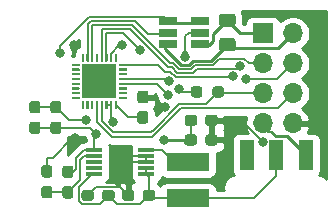
<source format=gbl>
G04 #@! TF.GenerationSoftware,KiCad,Pcbnew,(5.1.10)-1*
G04 #@! TF.CreationDate,2021-09-12T00:39:30-05:00*
G04 #@! TF.ProjectId,wireless_measurement_ard,77697265-6c65-4737-935f-6d6561737572,rev?*
G04 #@! TF.SameCoordinates,Original*
G04 #@! TF.FileFunction,Copper,L4,Bot*
G04 #@! TF.FilePolarity,Positive*
%FSLAX46Y46*%
G04 Gerber Fmt 4.6, Leading zero omitted, Abs format (unit mm)*
G04 Created by KiCad (PCBNEW (5.1.10)-1) date 2021-09-12 00:39:30*
%MOMM*%
%LPD*%
G01*
G04 APERTURE LIST*
G04 #@! TA.AperFunction,SMDPad,CuDef*
%ADD10R,1.400000X0.300000*%
G04 #@! TD*
G04 #@! TA.AperFunction,ComponentPad*
%ADD11O,1.700000X1.700000*%
G04 #@! TD*
G04 #@! TA.AperFunction,ComponentPad*
%ADD12R,1.700000X1.700000*%
G04 #@! TD*
G04 #@! TA.AperFunction,SMDPad,CuDef*
%ADD13R,1.250000X2.500000*%
G04 #@! TD*
G04 #@! TA.AperFunction,SMDPad,CuDef*
%ADD14R,2.900000X2.900000*%
G04 #@! TD*
G04 #@! TA.AperFunction,SMDPad,CuDef*
%ADD15R,1.560000X0.650000*%
G04 #@! TD*
G04 #@! TA.AperFunction,SMDPad,CuDef*
%ADD16R,3.600000X1.500000*%
G04 #@! TD*
G04 #@! TA.AperFunction,ViaPad*
%ADD17C,0.800000*%
G04 #@! TD*
G04 #@! TA.AperFunction,Conductor*
%ADD18C,0.210000*%
G04 #@! TD*
G04 #@! TA.AperFunction,Conductor*
%ADD19C,0.250000*%
G04 #@! TD*
G04 #@! TA.AperFunction,Conductor*
%ADD20C,0.254000*%
G04 #@! TD*
G04 #@! TA.AperFunction,Conductor*
%ADD21C,0.100000*%
G04 #@! TD*
G04 APERTURE END LIST*
D10*
X124374000Y-89503000D03*
X124374000Y-89003000D03*
X124374000Y-88503000D03*
X124374000Y-88003000D03*
X124374000Y-87503000D03*
X119974000Y-87503000D03*
X119974000Y-88003000D03*
X119974000Y-88503000D03*
X119974000Y-89003000D03*
X119974000Y-89503000D03*
D11*
X136779000Y-85217000D03*
X134239000Y-85217000D03*
X136779000Y-82677000D03*
X134239000Y-82677000D03*
X136779000Y-80137000D03*
X134239000Y-80137000D03*
X136779000Y-77597000D03*
D12*
X134239000Y-77597000D03*
G04 #@! TA.AperFunction,SMDPad,CuDef*
G36*
G01*
X123841500Y-84171500D02*
X124316500Y-84171500D01*
G75*
G02*
X124554000Y-84409000I0J-237500D01*
G01*
X124554000Y-85009000D01*
G75*
G02*
X124316500Y-85246500I-237500J0D01*
G01*
X123841500Y-85246500D01*
G75*
G02*
X123604000Y-85009000I0J237500D01*
G01*
X123604000Y-84409000D01*
G75*
G02*
X123841500Y-84171500I237500J0D01*
G01*
G37*
G04 #@! TD.AperFunction*
G04 #@! TA.AperFunction,SMDPad,CuDef*
G36*
G01*
X123841500Y-82446500D02*
X124316500Y-82446500D01*
G75*
G02*
X124554000Y-82684000I0J-237500D01*
G01*
X124554000Y-83284000D01*
G75*
G02*
X124316500Y-83521500I-237500J0D01*
G01*
X123841500Y-83521500D01*
G75*
G02*
X123604000Y-83284000I0J237500D01*
G01*
X123604000Y-82684000D01*
G75*
G02*
X123841500Y-82446500I237500J0D01*
G01*
G37*
G04 #@! TD.AperFunction*
D13*
X132882000Y-87884000D03*
X135382000Y-87884000D03*
X137882000Y-87884000D03*
G04 #@! TA.AperFunction,SMDPad,CuDef*
G36*
G01*
X121846000Y-84011000D02*
X121746000Y-84011000D01*
G75*
G02*
X121696000Y-83961000I0J50000D01*
G01*
X121696000Y-83361000D01*
G75*
G02*
X121746000Y-83311000I50000J0D01*
G01*
X121846000Y-83311000D01*
G75*
G02*
X121896000Y-83361000I0J-50000D01*
G01*
X121896000Y-83961000D01*
G75*
G02*
X121846000Y-84011000I-50000J0D01*
G01*
G37*
G04 #@! TD.AperFunction*
G04 #@! TA.AperFunction,SMDPad,CuDef*
G36*
G01*
X121446000Y-84011000D02*
X121346000Y-84011000D01*
G75*
G02*
X121296000Y-83961000I0J50000D01*
G01*
X121296000Y-83361000D01*
G75*
G02*
X121346000Y-83311000I50000J0D01*
G01*
X121446000Y-83311000D01*
G75*
G02*
X121496000Y-83361000I0J-50000D01*
G01*
X121496000Y-83961000D01*
G75*
G02*
X121446000Y-84011000I-50000J0D01*
G01*
G37*
G04 #@! TD.AperFunction*
G04 #@! TA.AperFunction,SMDPad,CuDef*
G36*
G01*
X121046000Y-84011000D02*
X120946000Y-84011000D01*
G75*
G02*
X120896000Y-83961000I0J50000D01*
G01*
X120896000Y-83361000D01*
G75*
G02*
X120946000Y-83311000I50000J0D01*
G01*
X121046000Y-83311000D01*
G75*
G02*
X121096000Y-83361000I0J-50000D01*
G01*
X121096000Y-83961000D01*
G75*
G02*
X121046000Y-84011000I-50000J0D01*
G01*
G37*
G04 #@! TD.AperFunction*
G04 #@! TA.AperFunction,SMDPad,CuDef*
G36*
G01*
X120646000Y-84011000D02*
X120546000Y-84011000D01*
G75*
G02*
X120496000Y-83961000I0J50000D01*
G01*
X120496000Y-83361000D01*
G75*
G02*
X120546000Y-83311000I50000J0D01*
G01*
X120646000Y-83311000D01*
G75*
G02*
X120696000Y-83361000I0J-50000D01*
G01*
X120696000Y-83961000D01*
G75*
G02*
X120646000Y-84011000I-50000J0D01*
G01*
G37*
G04 #@! TD.AperFunction*
G04 #@! TA.AperFunction,SMDPad,CuDef*
G36*
G01*
X120246000Y-84011000D02*
X120146000Y-84011000D01*
G75*
G02*
X120096000Y-83961000I0J50000D01*
G01*
X120096000Y-83361000D01*
G75*
G02*
X120146000Y-83311000I50000J0D01*
G01*
X120246000Y-83311000D01*
G75*
G02*
X120296000Y-83361000I0J-50000D01*
G01*
X120296000Y-83961000D01*
G75*
G02*
X120246000Y-84011000I-50000J0D01*
G01*
G37*
G04 #@! TD.AperFunction*
G04 #@! TA.AperFunction,SMDPad,CuDef*
G36*
G01*
X119846000Y-84011000D02*
X119746000Y-84011000D01*
G75*
G02*
X119696000Y-83961000I0J50000D01*
G01*
X119696000Y-83361000D01*
G75*
G02*
X119746000Y-83311000I50000J0D01*
G01*
X119846000Y-83311000D01*
G75*
G02*
X119896000Y-83361000I0J-50000D01*
G01*
X119896000Y-83961000D01*
G75*
G02*
X119846000Y-84011000I-50000J0D01*
G01*
G37*
G04 #@! TD.AperFunction*
G04 #@! TA.AperFunction,SMDPad,CuDef*
G36*
G01*
X119446000Y-84011000D02*
X119346000Y-84011000D01*
G75*
G02*
X119296000Y-83961000I0J50000D01*
G01*
X119296000Y-83361000D01*
G75*
G02*
X119346000Y-83311000I50000J0D01*
G01*
X119446000Y-83311000D01*
G75*
G02*
X119496000Y-83361000I0J-50000D01*
G01*
X119496000Y-83961000D01*
G75*
G02*
X119446000Y-84011000I-50000J0D01*
G01*
G37*
G04 #@! TD.AperFunction*
G04 #@! TA.AperFunction,SMDPad,CuDef*
G36*
G01*
X119046000Y-84011000D02*
X118946000Y-84011000D01*
G75*
G02*
X118896000Y-83961000I0J50000D01*
G01*
X118896000Y-83361000D01*
G75*
G02*
X118946000Y-83311000I50000J0D01*
G01*
X119046000Y-83311000D01*
G75*
G02*
X119096000Y-83361000I0J-50000D01*
G01*
X119096000Y-83961000D01*
G75*
G02*
X119046000Y-84011000I-50000J0D01*
G01*
G37*
G04 #@! TD.AperFunction*
G04 #@! TA.AperFunction,SMDPad,CuDef*
G36*
G01*
X118696000Y-83161000D02*
X118096000Y-83161000D01*
G75*
G02*
X118046000Y-83111000I0J50000D01*
G01*
X118046000Y-83011000D01*
G75*
G02*
X118096000Y-82961000I50000J0D01*
G01*
X118696000Y-82961000D01*
G75*
G02*
X118746000Y-83011000I0J-50000D01*
G01*
X118746000Y-83111000D01*
G75*
G02*
X118696000Y-83161000I-50000J0D01*
G01*
G37*
G04 #@! TD.AperFunction*
G04 #@! TA.AperFunction,SMDPad,CuDef*
G36*
G01*
X118696000Y-82761000D02*
X118096000Y-82761000D01*
G75*
G02*
X118046000Y-82711000I0J50000D01*
G01*
X118046000Y-82611000D01*
G75*
G02*
X118096000Y-82561000I50000J0D01*
G01*
X118696000Y-82561000D01*
G75*
G02*
X118746000Y-82611000I0J-50000D01*
G01*
X118746000Y-82711000D01*
G75*
G02*
X118696000Y-82761000I-50000J0D01*
G01*
G37*
G04 #@! TD.AperFunction*
G04 #@! TA.AperFunction,SMDPad,CuDef*
G36*
G01*
X118696000Y-82361000D02*
X118096000Y-82361000D01*
G75*
G02*
X118046000Y-82311000I0J50000D01*
G01*
X118046000Y-82211000D01*
G75*
G02*
X118096000Y-82161000I50000J0D01*
G01*
X118696000Y-82161000D01*
G75*
G02*
X118746000Y-82211000I0J-50000D01*
G01*
X118746000Y-82311000D01*
G75*
G02*
X118696000Y-82361000I-50000J0D01*
G01*
G37*
G04 #@! TD.AperFunction*
G04 #@! TA.AperFunction,SMDPad,CuDef*
G36*
G01*
X118696000Y-81961000D02*
X118096000Y-81961000D01*
G75*
G02*
X118046000Y-81911000I0J50000D01*
G01*
X118046000Y-81811000D01*
G75*
G02*
X118096000Y-81761000I50000J0D01*
G01*
X118696000Y-81761000D01*
G75*
G02*
X118746000Y-81811000I0J-50000D01*
G01*
X118746000Y-81911000D01*
G75*
G02*
X118696000Y-81961000I-50000J0D01*
G01*
G37*
G04 #@! TD.AperFunction*
G04 #@! TA.AperFunction,SMDPad,CuDef*
G36*
G01*
X118696000Y-81561000D02*
X118096000Y-81561000D01*
G75*
G02*
X118046000Y-81511000I0J50000D01*
G01*
X118046000Y-81411000D01*
G75*
G02*
X118096000Y-81361000I50000J0D01*
G01*
X118696000Y-81361000D01*
G75*
G02*
X118746000Y-81411000I0J-50000D01*
G01*
X118746000Y-81511000D01*
G75*
G02*
X118696000Y-81561000I-50000J0D01*
G01*
G37*
G04 #@! TD.AperFunction*
G04 #@! TA.AperFunction,SMDPad,CuDef*
G36*
G01*
X118696000Y-81161000D02*
X118096000Y-81161000D01*
G75*
G02*
X118046000Y-81111000I0J50000D01*
G01*
X118046000Y-81011000D01*
G75*
G02*
X118096000Y-80961000I50000J0D01*
G01*
X118696000Y-80961000D01*
G75*
G02*
X118746000Y-81011000I0J-50000D01*
G01*
X118746000Y-81111000D01*
G75*
G02*
X118696000Y-81161000I-50000J0D01*
G01*
G37*
G04 #@! TD.AperFunction*
G04 #@! TA.AperFunction,SMDPad,CuDef*
G36*
G01*
X118696000Y-80761000D02*
X118096000Y-80761000D01*
G75*
G02*
X118046000Y-80711000I0J50000D01*
G01*
X118046000Y-80611000D01*
G75*
G02*
X118096000Y-80561000I50000J0D01*
G01*
X118696000Y-80561000D01*
G75*
G02*
X118746000Y-80611000I0J-50000D01*
G01*
X118746000Y-80711000D01*
G75*
G02*
X118696000Y-80761000I-50000J0D01*
G01*
G37*
G04 #@! TD.AperFunction*
G04 #@! TA.AperFunction,SMDPad,CuDef*
G36*
G01*
X118696000Y-80361000D02*
X118096000Y-80361000D01*
G75*
G02*
X118046000Y-80311000I0J50000D01*
G01*
X118046000Y-80211000D01*
G75*
G02*
X118096000Y-80161000I50000J0D01*
G01*
X118696000Y-80161000D01*
G75*
G02*
X118746000Y-80211000I0J-50000D01*
G01*
X118746000Y-80311000D01*
G75*
G02*
X118696000Y-80361000I-50000J0D01*
G01*
G37*
G04 #@! TD.AperFunction*
G04 #@! TA.AperFunction,SMDPad,CuDef*
G36*
G01*
X119046000Y-80011000D02*
X118946000Y-80011000D01*
G75*
G02*
X118896000Y-79961000I0J50000D01*
G01*
X118896000Y-79361000D01*
G75*
G02*
X118946000Y-79311000I50000J0D01*
G01*
X119046000Y-79311000D01*
G75*
G02*
X119096000Y-79361000I0J-50000D01*
G01*
X119096000Y-79961000D01*
G75*
G02*
X119046000Y-80011000I-50000J0D01*
G01*
G37*
G04 #@! TD.AperFunction*
G04 #@! TA.AperFunction,SMDPad,CuDef*
G36*
G01*
X119446000Y-80011000D02*
X119346000Y-80011000D01*
G75*
G02*
X119296000Y-79961000I0J50000D01*
G01*
X119296000Y-79361000D01*
G75*
G02*
X119346000Y-79311000I50000J0D01*
G01*
X119446000Y-79311000D01*
G75*
G02*
X119496000Y-79361000I0J-50000D01*
G01*
X119496000Y-79961000D01*
G75*
G02*
X119446000Y-80011000I-50000J0D01*
G01*
G37*
G04 #@! TD.AperFunction*
G04 #@! TA.AperFunction,SMDPad,CuDef*
G36*
G01*
X119846000Y-80011000D02*
X119746000Y-80011000D01*
G75*
G02*
X119696000Y-79961000I0J50000D01*
G01*
X119696000Y-79361000D01*
G75*
G02*
X119746000Y-79311000I50000J0D01*
G01*
X119846000Y-79311000D01*
G75*
G02*
X119896000Y-79361000I0J-50000D01*
G01*
X119896000Y-79961000D01*
G75*
G02*
X119846000Y-80011000I-50000J0D01*
G01*
G37*
G04 #@! TD.AperFunction*
G04 #@! TA.AperFunction,SMDPad,CuDef*
G36*
G01*
X120246000Y-80011000D02*
X120146000Y-80011000D01*
G75*
G02*
X120096000Y-79961000I0J50000D01*
G01*
X120096000Y-79361000D01*
G75*
G02*
X120146000Y-79311000I50000J0D01*
G01*
X120246000Y-79311000D01*
G75*
G02*
X120296000Y-79361000I0J-50000D01*
G01*
X120296000Y-79961000D01*
G75*
G02*
X120246000Y-80011000I-50000J0D01*
G01*
G37*
G04 #@! TD.AperFunction*
G04 #@! TA.AperFunction,SMDPad,CuDef*
G36*
G01*
X120646000Y-80011000D02*
X120546000Y-80011000D01*
G75*
G02*
X120496000Y-79961000I0J50000D01*
G01*
X120496000Y-79361000D01*
G75*
G02*
X120546000Y-79311000I50000J0D01*
G01*
X120646000Y-79311000D01*
G75*
G02*
X120696000Y-79361000I0J-50000D01*
G01*
X120696000Y-79961000D01*
G75*
G02*
X120646000Y-80011000I-50000J0D01*
G01*
G37*
G04 #@! TD.AperFunction*
G04 #@! TA.AperFunction,SMDPad,CuDef*
G36*
G01*
X121046000Y-80011000D02*
X120946000Y-80011000D01*
G75*
G02*
X120896000Y-79961000I0J50000D01*
G01*
X120896000Y-79361000D01*
G75*
G02*
X120946000Y-79311000I50000J0D01*
G01*
X121046000Y-79311000D01*
G75*
G02*
X121096000Y-79361000I0J-50000D01*
G01*
X121096000Y-79961000D01*
G75*
G02*
X121046000Y-80011000I-50000J0D01*
G01*
G37*
G04 #@! TD.AperFunction*
G04 #@! TA.AperFunction,SMDPad,CuDef*
G36*
G01*
X121446000Y-80011000D02*
X121346000Y-80011000D01*
G75*
G02*
X121296000Y-79961000I0J50000D01*
G01*
X121296000Y-79361000D01*
G75*
G02*
X121346000Y-79311000I50000J0D01*
G01*
X121446000Y-79311000D01*
G75*
G02*
X121496000Y-79361000I0J-50000D01*
G01*
X121496000Y-79961000D01*
G75*
G02*
X121446000Y-80011000I-50000J0D01*
G01*
G37*
G04 #@! TD.AperFunction*
G04 #@! TA.AperFunction,SMDPad,CuDef*
G36*
G01*
X121846000Y-80011000D02*
X121746000Y-80011000D01*
G75*
G02*
X121696000Y-79961000I0J50000D01*
G01*
X121696000Y-79361000D01*
G75*
G02*
X121746000Y-79311000I50000J0D01*
G01*
X121846000Y-79311000D01*
G75*
G02*
X121896000Y-79361000I0J-50000D01*
G01*
X121896000Y-79961000D01*
G75*
G02*
X121846000Y-80011000I-50000J0D01*
G01*
G37*
G04 #@! TD.AperFunction*
G04 #@! TA.AperFunction,SMDPad,CuDef*
G36*
G01*
X122696000Y-80361000D02*
X122096000Y-80361000D01*
G75*
G02*
X122046000Y-80311000I0J50000D01*
G01*
X122046000Y-80211000D01*
G75*
G02*
X122096000Y-80161000I50000J0D01*
G01*
X122696000Y-80161000D01*
G75*
G02*
X122746000Y-80211000I0J-50000D01*
G01*
X122746000Y-80311000D01*
G75*
G02*
X122696000Y-80361000I-50000J0D01*
G01*
G37*
G04 #@! TD.AperFunction*
G04 #@! TA.AperFunction,SMDPad,CuDef*
G36*
G01*
X122696000Y-80761000D02*
X122096000Y-80761000D01*
G75*
G02*
X122046000Y-80711000I0J50000D01*
G01*
X122046000Y-80611000D01*
G75*
G02*
X122096000Y-80561000I50000J0D01*
G01*
X122696000Y-80561000D01*
G75*
G02*
X122746000Y-80611000I0J-50000D01*
G01*
X122746000Y-80711000D01*
G75*
G02*
X122696000Y-80761000I-50000J0D01*
G01*
G37*
G04 #@! TD.AperFunction*
G04 #@! TA.AperFunction,SMDPad,CuDef*
G36*
G01*
X122696000Y-81161000D02*
X122096000Y-81161000D01*
G75*
G02*
X122046000Y-81111000I0J50000D01*
G01*
X122046000Y-81011000D01*
G75*
G02*
X122096000Y-80961000I50000J0D01*
G01*
X122696000Y-80961000D01*
G75*
G02*
X122746000Y-81011000I0J-50000D01*
G01*
X122746000Y-81111000D01*
G75*
G02*
X122696000Y-81161000I-50000J0D01*
G01*
G37*
G04 #@! TD.AperFunction*
G04 #@! TA.AperFunction,SMDPad,CuDef*
G36*
G01*
X122696000Y-81561000D02*
X122096000Y-81561000D01*
G75*
G02*
X122046000Y-81511000I0J50000D01*
G01*
X122046000Y-81411000D01*
G75*
G02*
X122096000Y-81361000I50000J0D01*
G01*
X122696000Y-81361000D01*
G75*
G02*
X122746000Y-81411000I0J-50000D01*
G01*
X122746000Y-81511000D01*
G75*
G02*
X122696000Y-81561000I-50000J0D01*
G01*
G37*
G04 #@! TD.AperFunction*
G04 #@! TA.AperFunction,SMDPad,CuDef*
G36*
G01*
X122696000Y-81961000D02*
X122096000Y-81961000D01*
G75*
G02*
X122046000Y-81911000I0J50000D01*
G01*
X122046000Y-81811000D01*
G75*
G02*
X122096000Y-81761000I50000J0D01*
G01*
X122696000Y-81761000D01*
G75*
G02*
X122746000Y-81811000I0J-50000D01*
G01*
X122746000Y-81911000D01*
G75*
G02*
X122696000Y-81961000I-50000J0D01*
G01*
G37*
G04 #@! TD.AperFunction*
G04 #@! TA.AperFunction,SMDPad,CuDef*
G36*
G01*
X122696000Y-82361000D02*
X122096000Y-82361000D01*
G75*
G02*
X122046000Y-82311000I0J50000D01*
G01*
X122046000Y-82211000D01*
G75*
G02*
X122096000Y-82161000I50000J0D01*
G01*
X122696000Y-82161000D01*
G75*
G02*
X122746000Y-82211000I0J-50000D01*
G01*
X122746000Y-82311000D01*
G75*
G02*
X122696000Y-82361000I-50000J0D01*
G01*
G37*
G04 #@! TD.AperFunction*
G04 #@! TA.AperFunction,SMDPad,CuDef*
G36*
G01*
X122696000Y-82761000D02*
X122096000Y-82761000D01*
G75*
G02*
X122046000Y-82711000I0J50000D01*
G01*
X122046000Y-82611000D01*
G75*
G02*
X122096000Y-82561000I50000J0D01*
G01*
X122696000Y-82561000D01*
G75*
G02*
X122746000Y-82611000I0J-50000D01*
G01*
X122746000Y-82711000D01*
G75*
G02*
X122696000Y-82761000I-50000J0D01*
G01*
G37*
G04 #@! TD.AperFunction*
G04 #@! TA.AperFunction,SMDPad,CuDef*
G36*
G01*
X122696000Y-83161000D02*
X122096000Y-83161000D01*
G75*
G02*
X122046000Y-83111000I0J50000D01*
G01*
X122046000Y-83011000D01*
G75*
G02*
X122096000Y-82961000I50000J0D01*
G01*
X122696000Y-82961000D01*
G75*
G02*
X122746000Y-83011000I0J-50000D01*
G01*
X122746000Y-83111000D01*
G75*
G02*
X122696000Y-83161000I-50000J0D01*
G01*
G37*
G04 #@! TD.AperFunction*
D14*
X120396000Y-81661000D03*
D15*
X126238000Y-77531000D03*
X126238000Y-76581000D03*
X126238000Y-78481000D03*
X128938000Y-78481000D03*
X128938000Y-77531000D03*
X128938000Y-76581000D03*
D16*
X127889000Y-88517000D03*
X127889000Y-91567000D03*
G04 #@! TA.AperFunction,SMDPad,CuDef*
G36*
G01*
X129965000Y-82787500D02*
X129965000Y-82312500D01*
G75*
G02*
X130202500Y-82075000I237500J0D01*
G01*
X130702500Y-82075000D01*
G75*
G02*
X130940000Y-82312500I0J-237500D01*
G01*
X130940000Y-82787500D01*
G75*
G02*
X130702500Y-83025000I-237500J0D01*
G01*
X130202500Y-83025000D01*
G75*
G02*
X129965000Y-82787500I0J237500D01*
G01*
G37*
G04 #@! TD.AperFunction*
G04 #@! TA.AperFunction,SMDPad,CuDef*
G36*
G01*
X128140000Y-82787500D02*
X128140000Y-82312500D01*
G75*
G02*
X128377500Y-82075000I237500J0D01*
G01*
X128877500Y-82075000D01*
G75*
G02*
X129115000Y-82312500I0J-237500D01*
G01*
X129115000Y-82787500D01*
G75*
G02*
X128877500Y-83025000I-237500J0D01*
G01*
X128377500Y-83025000D01*
G75*
G02*
X128140000Y-82787500I0J237500D01*
G01*
G37*
G04 #@! TD.AperFunction*
G04 #@! TA.AperFunction,SMDPad,CuDef*
G36*
G01*
X116950500Y-84373000D02*
X116475500Y-84373000D01*
G75*
G02*
X116238000Y-84135500I0J237500D01*
G01*
X116238000Y-83560500D01*
G75*
G02*
X116475500Y-83323000I237500J0D01*
G01*
X116950500Y-83323000D01*
G75*
G02*
X117188000Y-83560500I0J-237500D01*
G01*
X117188000Y-84135500D01*
G75*
G02*
X116950500Y-84373000I-237500J0D01*
G01*
G37*
G04 #@! TD.AperFunction*
G04 #@! TA.AperFunction,SMDPad,CuDef*
G36*
G01*
X116950500Y-86123000D02*
X116475500Y-86123000D01*
G75*
G02*
X116238000Y-85885500I0J237500D01*
G01*
X116238000Y-85310500D01*
G75*
G02*
X116475500Y-85073000I237500J0D01*
G01*
X116950500Y-85073000D01*
G75*
G02*
X117188000Y-85310500I0J-237500D01*
G01*
X117188000Y-85885500D01*
G75*
G02*
X116950500Y-86123000I-237500J0D01*
G01*
G37*
G04 #@! TD.AperFunction*
G04 #@! TA.AperFunction,SMDPad,CuDef*
G36*
G01*
X115172500Y-84373000D02*
X114697500Y-84373000D01*
G75*
G02*
X114460000Y-84135500I0J237500D01*
G01*
X114460000Y-83560500D01*
G75*
G02*
X114697500Y-83323000I237500J0D01*
G01*
X115172500Y-83323000D01*
G75*
G02*
X115410000Y-83560500I0J-237500D01*
G01*
X115410000Y-84135500D01*
G75*
G02*
X115172500Y-84373000I-237500J0D01*
G01*
G37*
G04 #@! TD.AperFunction*
G04 #@! TA.AperFunction,SMDPad,CuDef*
G36*
G01*
X115172500Y-86123000D02*
X114697500Y-86123000D01*
G75*
G02*
X114460000Y-85885500I0J237500D01*
G01*
X114460000Y-85310500D01*
G75*
G02*
X114697500Y-85073000I237500J0D01*
G01*
X115172500Y-85073000D01*
G75*
G02*
X115410000Y-85310500I0J-237500D01*
G01*
X115410000Y-85885500D01*
G75*
G02*
X115172500Y-86123000I-237500J0D01*
G01*
G37*
G04 #@! TD.AperFunction*
G04 #@! TA.AperFunction,SMDPad,CuDef*
G36*
G01*
X115713500Y-90506000D02*
X116188500Y-90506000D01*
G75*
G02*
X116426000Y-90743500I0J-237500D01*
G01*
X116426000Y-91318500D01*
G75*
G02*
X116188500Y-91556000I-237500J0D01*
G01*
X115713500Y-91556000D01*
G75*
G02*
X115476000Y-91318500I0J237500D01*
G01*
X115476000Y-90743500D01*
G75*
G02*
X115713500Y-90506000I237500J0D01*
G01*
G37*
G04 #@! TD.AperFunction*
G04 #@! TA.AperFunction,SMDPad,CuDef*
G36*
G01*
X115713500Y-88756000D02*
X116188500Y-88756000D01*
G75*
G02*
X116426000Y-88993500I0J-237500D01*
G01*
X116426000Y-89568500D01*
G75*
G02*
X116188500Y-89806000I-237500J0D01*
G01*
X115713500Y-89806000D01*
G75*
G02*
X115476000Y-89568500I0J237500D01*
G01*
X115476000Y-88993500D01*
G75*
G02*
X115713500Y-88756000I237500J0D01*
G01*
G37*
G04 #@! TD.AperFunction*
G04 #@! TA.AperFunction,SMDPad,CuDef*
G36*
G01*
X117966500Y-89834000D02*
X117491500Y-89834000D01*
G75*
G02*
X117254000Y-89596500I0J237500D01*
G01*
X117254000Y-89021500D01*
G75*
G02*
X117491500Y-88784000I237500J0D01*
G01*
X117966500Y-88784000D01*
G75*
G02*
X118204000Y-89021500I0J-237500D01*
G01*
X118204000Y-89596500D01*
G75*
G02*
X117966500Y-89834000I-237500J0D01*
G01*
G37*
G04 #@! TD.AperFunction*
G04 #@! TA.AperFunction,SMDPad,CuDef*
G36*
G01*
X117966500Y-91584000D02*
X117491500Y-91584000D01*
G75*
G02*
X117254000Y-91346500I0J237500D01*
G01*
X117254000Y-90771500D01*
G75*
G02*
X117491500Y-90534000I237500J0D01*
G01*
X117966500Y-90534000D01*
G75*
G02*
X118204000Y-90771500I0J-237500D01*
G01*
X118204000Y-91346500D01*
G75*
G02*
X117966500Y-91584000I-237500J0D01*
G01*
G37*
G04 #@! TD.AperFunction*
G04 #@! TA.AperFunction,SMDPad,CuDef*
G36*
G01*
X123362000Y-91075500D02*
X123362000Y-91550500D01*
G75*
G02*
X123124500Y-91788000I-237500J0D01*
G01*
X122549500Y-91788000D01*
G75*
G02*
X122312000Y-91550500I0J237500D01*
G01*
X122312000Y-91075500D01*
G75*
G02*
X122549500Y-90838000I237500J0D01*
G01*
X123124500Y-90838000D01*
G75*
G02*
X123362000Y-91075500I0J-237500D01*
G01*
G37*
G04 #@! TD.AperFunction*
G04 #@! TA.AperFunction,SMDPad,CuDef*
G36*
G01*
X125112000Y-91075500D02*
X125112000Y-91550500D01*
G75*
G02*
X124874500Y-91788000I-237500J0D01*
G01*
X124299500Y-91788000D01*
G75*
G02*
X124062000Y-91550500I0J237500D01*
G01*
X124062000Y-91075500D01*
G75*
G02*
X124299500Y-90838000I237500J0D01*
G01*
X124874500Y-90838000D01*
G75*
G02*
X125112000Y-91075500I0J-237500D01*
G01*
G37*
G04 #@! TD.AperFunction*
G04 #@! TA.AperFunction,SMDPad,CuDef*
G36*
G01*
X129368000Y-85200500D02*
X129368000Y-84725500D01*
G75*
G02*
X129605500Y-84488000I237500J0D01*
G01*
X130180500Y-84488000D01*
G75*
G02*
X130418000Y-84725500I0J-237500D01*
G01*
X130418000Y-85200500D01*
G75*
G02*
X130180500Y-85438000I-237500J0D01*
G01*
X129605500Y-85438000D01*
G75*
G02*
X129368000Y-85200500I0J237500D01*
G01*
G37*
G04 #@! TD.AperFunction*
G04 #@! TA.AperFunction,SMDPad,CuDef*
G36*
G01*
X127618000Y-85200500D02*
X127618000Y-84725500D01*
G75*
G02*
X127855500Y-84488000I237500J0D01*
G01*
X128430500Y-84488000D01*
G75*
G02*
X128668000Y-84725500I0J-237500D01*
G01*
X128668000Y-85200500D01*
G75*
G02*
X128430500Y-85438000I-237500J0D01*
G01*
X127855500Y-85438000D01*
G75*
G02*
X127618000Y-85200500I0J237500D01*
G01*
G37*
G04 #@! TD.AperFunction*
G04 #@! TA.AperFunction,SMDPad,CuDef*
G36*
G01*
X119933000Y-91075500D02*
X119933000Y-91550500D01*
G75*
G02*
X119695500Y-91788000I-237500J0D01*
G01*
X119120500Y-91788000D01*
G75*
G02*
X118883000Y-91550500I0J237500D01*
G01*
X118883000Y-91075500D01*
G75*
G02*
X119120500Y-90838000I237500J0D01*
G01*
X119695500Y-90838000D01*
G75*
G02*
X119933000Y-91075500I0J-237500D01*
G01*
G37*
G04 #@! TD.AperFunction*
G04 #@! TA.AperFunction,SMDPad,CuDef*
G36*
G01*
X121683000Y-91075500D02*
X121683000Y-91550500D01*
G75*
G02*
X121445500Y-91788000I-237500J0D01*
G01*
X120870500Y-91788000D01*
G75*
G02*
X120633000Y-91550500I0J237500D01*
G01*
X120633000Y-91075500D01*
G75*
G02*
X120870500Y-90838000I237500J0D01*
G01*
X121445500Y-90838000D01*
G75*
G02*
X121683000Y-91075500I0J-237500D01*
G01*
G37*
G04 #@! TD.AperFunction*
G04 #@! TA.AperFunction,SMDPad,CuDef*
G36*
G01*
X129368000Y-86851500D02*
X129368000Y-86376500D01*
G75*
G02*
X129605500Y-86139000I237500J0D01*
G01*
X130180500Y-86139000D01*
G75*
G02*
X130418000Y-86376500I0J-237500D01*
G01*
X130418000Y-86851500D01*
G75*
G02*
X130180500Y-87089000I-237500J0D01*
G01*
X129605500Y-87089000D01*
G75*
G02*
X129368000Y-86851500I0J237500D01*
G01*
G37*
G04 #@! TD.AperFunction*
G04 #@! TA.AperFunction,SMDPad,CuDef*
G36*
G01*
X127618000Y-86851500D02*
X127618000Y-86376500D01*
G75*
G02*
X127855500Y-86139000I237500J0D01*
G01*
X128430500Y-86139000D01*
G75*
G02*
X128668000Y-86376500I0J-237500D01*
G01*
X128668000Y-86851500D01*
G75*
G02*
X128430500Y-87089000I-237500J0D01*
G01*
X127855500Y-87089000D01*
G75*
G02*
X127618000Y-86851500I0J237500D01*
G01*
G37*
G04 #@! TD.AperFunction*
G04 #@! TA.AperFunction,SMDPad,CuDef*
G36*
G01*
X131679101Y-77074500D02*
X130779099Y-77074500D01*
G75*
G02*
X130529100Y-76824501I0J249999D01*
G01*
X130529100Y-76174499D01*
G75*
G02*
X130779099Y-75924500I249999J0D01*
G01*
X131679101Y-75924500D01*
G75*
G02*
X131929100Y-76174499I0J-249999D01*
G01*
X131929100Y-76824501D01*
G75*
G02*
X131679101Y-77074500I-249999J0D01*
G01*
G37*
G04 #@! TD.AperFunction*
G04 #@! TA.AperFunction,SMDPad,CuDef*
G36*
G01*
X131679101Y-79124500D02*
X130779099Y-79124500D01*
G75*
G02*
X130529100Y-78874501I0J249999D01*
G01*
X130529100Y-78224499D01*
G75*
G02*
X130779099Y-77974500I249999J0D01*
G01*
X131679101Y-77974500D01*
G75*
G02*
X131929100Y-78224499I0J-249999D01*
G01*
X131929100Y-78874501D01*
G75*
G02*
X131679101Y-79124500I-249999J0D01*
G01*
G37*
G04 #@! TD.AperFunction*
D17*
X120396000Y-81661000D03*
X118237000Y-78613000D03*
X127635000Y-79584957D03*
X119253000Y-84963000D03*
X134226998Y-86801343D03*
X125984000Y-83820000D03*
X122555000Y-88519000D03*
X118364000Y-86487000D03*
X132334000Y-80391000D03*
X127127000Y-82296000D03*
X117094000Y-79248000D03*
X120142000Y-86106000D03*
X121555345Y-85073653D03*
X125857002Y-86614000D03*
X126307908Y-81640181D03*
X122301000Y-78613000D03*
X126238000Y-82804000D03*
X123825000Y-78994000D03*
X131705723Y-81239908D03*
X132785691Y-81479737D03*
D18*
X128938000Y-77531000D02*
X127948000Y-77531000D01*
X127948000Y-77531000D02*
X127635000Y-77844000D01*
X127635000Y-77844000D02*
X127635000Y-79584957D01*
X114935000Y-83848000D02*
X116713000Y-83848000D01*
X116713000Y-83848000D02*
X116741000Y-83848000D01*
X116741000Y-83848000D02*
X117856000Y-84963000D01*
X117856000Y-84963000D02*
X119253000Y-84963000D01*
X129893000Y-86614000D02*
X129893000Y-84963000D01*
X129893000Y-84963000D02*
X131572000Y-84963000D01*
X132388655Y-84963000D02*
X134226998Y-86801343D01*
X131572000Y-84963000D02*
X132388655Y-84963000D01*
X124079000Y-82984000D02*
X125021000Y-82984000D01*
X125857000Y-83820000D02*
X125984000Y-83820000D01*
X125021000Y-82984000D02*
X125857000Y-83820000D01*
X124374000Y-88003000D02*
X124374000Y-88503000D01*
X115951000Y-89281000D02*
X115951000Y-88138000D01*
X122126990Y-90602990D02*
X122837000Y-91313000D01*
X120118010Y-90602990D02*
X122126990Y-90602990D01*
X119408000Y-91313000D02*
X120118010Y-90602990D01*
X122126990Y-88947010D02*
X122555000Y-88519000D01*
X122126990Y-90602990D02*
X122126990Y-88947010D01*
X123071000Y-88003000D02*
X122555000Y-88519000D01*
X124374000Y-88003000D02*
X123071000Y-88003000D01*
X122571000Y-88503000D02*
X122555000Y-88519000D01*
X124374000Y-88503000D02*
X122571000Y-88503000D01*
X115951000Y-88138000D02*
X116459000Y-88138000D01*
X118110000Y-86487000D02*
X118364000Y-86487000D01*
X116459000Y-88138000D02*
X118110000Y-86487000D01*
X123008174Y-77261022D02*
X120596000Y-77261022D01*
X126986605Y-80939989D02*
X126522640Y-80476024D01*
X126522640Y-80476024D02*
X126223176Y-80476024D01*
X126223176Y-80476024D02*
X123008174Y-77261022D01*
X128620360Y-80603024D02*
X128283395Y-80939989D01*
X128283395Y-80939989D02*
X126986605Y-80939989D01*
X132334000Y-80391000D02*
X132121976Y-80603024D01*
X132121976Y-80603024D02*
X128620360Y-80603024D01*
X120596000Y-77261022D02*
X120596000Y-79661000D01*
D19*
X125951000Y-76700300D02*
X128651000Y-76700300D01*
X127914400Y-86639400D02*
X127637600Y-86639400D01*
D18*
X127637600Y-86639400D02*
X127637600Y-86870600D01*
X114935000Y-85598000D02*
X116713000Y-85598000D01*
X120996000Y-83661000D02*
X121396000Y-83661000D01*
X128627500Y-82550000D02*
X127381000Y-82550000D01*
X127381000Y-82550000D02*
X127127000Y-82296000D01*
X119509163Y-76240991D02*
X117094000Y-78656154D01*
X125897990Y-76240990D02*
X119509163Y-76240991D01*
X126238000Y-76581000D02*
X125897990Y-76240990D01*
X117094000Y-78656154D02*
X117094000Y-79248000D01*
X128143000Y-84963000D02*
X128143000Y-86614000D01*
X117844000Y-89424000D02*
X117729000Y-89309000D01*
X119083154Y-87503000D02*
X119974000Y-87503000D01*
X118404990Y-89108010D02*
X118404991Y-88181163D01*
X118404991Y-88181163D02*
X119083154Y-87503000D01*
X118204000Y-89309000D02*
X118404990Y-89108010D01*
X117729000Y-89309000D02*
X118204000Y-89309000D01*
X119974000Y-86274000D02*
X120142000Y-86106000D01*
X119974000Y-87503000D02*
X119974000Y-86274000D01*
X119634000Y-85598000D02*
X120142000Y-86106000D01*
X121396000Y-84914308D02*
X121555345Y-85073653D01*
X116713000Y-85598000D02*
X119634000Y-85598000D01*
X121396000Y-83661000D02*
X121396000Y-84914308D01*
D19*
X125882402Y-86639400D02*
X125857002Y-86614000D01*
X127637600Y-86639400D02*
X125882402Y-86639400D01*
D18*
X126128727Y-81461000D02*
X126307908Y-81640181D01*
X122396000Y-81461000D02*
X126128727Y-81461000D01*
X126364013Y-80136013D02*
X126663477Y-80136013D01*
X130024719Y-80263013D02*
X130552721Y-79735011D01*
X123149011Y-76921011D02*
X126364013Y-80136013D01*
X127127442Y-80599978D02*
X128142558Y-80599978D01*
X119796000Y-79661000D02*
X119796000Y-76921011D01*
X128142558Y-80599978D02*
X128479523Y-80263013D01*
X119796000Y-76921011D02*
X123149011Y-76921011D01*
X132634930Y-79735011D02*
X133036919Y-80137000D01*
X130552721Y-79735011D02*
X132634930Y-79735011D01*
X128479523Y-80263013D02*
X130024719Y-80263013D01*
X126663477Y-80136013D02*
X127127442Y-80599978D01*
X133036919Y-80137000D02*
X134239000Y-80137000D01*
X119650000Y-76581000D02*
X119396000Y-76835000D01*
X119396000Y-76835000D02*
X119396000Y-79661000D01*
X123444000Y-76581000D02*
X119650000Y-76581000D01*
X124513300Y-77650300D02*
X123444000Y-76581000D01*
X125951000Y-77650300D02*
X124513300Y-77650300D01*
X122090934Y-78613000D02*
X122301000Y-78613000D01*
X121396000Y-79307934D02*
X122090934Y-78613000D01*
X121396000Y-79661000D02*
X121396000Y-79307934D01*
X126184000Y-82750000D02*
X126238000Y-82804000D01*
X126038000Y-82750000D02*
X126184000Y-82750000D01*
X125295000Y-81861000D02*
X126238000Y-82804000D01*
X122396000Y-81861000D02*
X125295000Y-81861000D01*
X135382000Y-87884000D02*
X135382000Y-89662000D01*
X133477000Y-91567000D02*
X127889000Y-91567000D01*
X135382000Y-89662000D02*
X133477000Y-91567000D01*
X124587000Y-89716000D02*
X124374000Y-89503000D01*
X124587000Y-91313000D02*
X124587000Y-89716000D01*
X124374000Y-89003000D02*
X124374000Y-89503000D01*
X124841000Y-91567000D02*
X124587000Y-91313000D01*
X127889000Y-91567000D02*
X124841000Y-91567000D01*
X123876990Y-92023010D02*
X124587000Y-91313000D01*
X121868010Y-92023010D02*
X123876990Y-92023010D01*
X121158000Y-91313000D02*
X121868010Y-92023010D01*
X120447990Y-92023010D02*
X121158000Y-91313000D01*
X118924778Y-92023010D02*
X120447990Y-92023010D01*
X118647990Y-91746222D02*
X118924778Y-92023010D01*
X118647990Y-90620856D02*
X118647990Y-91746222D01*
X119765846Y-89503000D02*
X118647990Y-90620856D01*
X119974000Y-89503000D02*
X119765846Y-89503000D01*
D19*
X131546600Y-78867000D02*
X131229100Y-78549500D01*
X135509000Y-78867000D02*
X131546600Y-78867000D01*
X136779000Y-77597000D02*
X135509000Y-78867000D01*
X129875598Y-79903002D02*
X128330402Y-79903002D01*
X128330402Y-79903002D02*
X127993437Y-80239967D01*
X127276563Y-80239967D02*
X125951000Y-78914404D01*
X125951000Y-78914404D02*
X125951000Y-78600300D01*
X131229100Y-78549500D02*
X129875598Y-79903002D01*
X127993437Y-80239967D02*
X127276563Y-80239967D01*
X132326600Y-77597000D02*
X131229100Y-76499500D01*
X134239000Y-77597000D02*
X132326600Y-77597000D01*
X129681000Y-78600300D02*
X130048000Y-78233300D01*
X128651000Y-78600300D02*
X129681000Y-78600300D01*
X130048000Y-77680600D02*
X131229100Y-76499500D01*
X130048000Y-78233300D02*
X130048000Y-77680600D01*
D18*
X126749000Y-88925000D02*
X126746000Y-88928000D01*
X128500000Y-88925000D02*
X126749000Y-88925000D01*
X127889000Y-88517000D02*
X126621000Y-88517000D01*
X125729998Y-87503000D02*
X126743998Y-88517000D01*
X126743998Y-88517000D02*
X127889000Y-88517000D01*
X124374000Y-87503000D02*
X125729998Y-87503000D01*
X117701000Y-91031000D02*
X117729000Y-91059000D01*
X115951000Y-91031000D02*
X117701000Y-91031000D01*
X119064000Y-88003000D02*
X118745000Y-88322000D01*
X119974000Y-88003000D02*
X119064000Y-88003000D01*
X118745000Y-90043000D02*
X117729000Y-91059000D01*
X118745000Y-88322000D02*
X118745000Y-90043000D01*
X120996000Y-77601033D02*
X122432033Y-77601033D01*
X120996000Y-79661000D02*
X120996000Y-77601033D01*
X122432033Y-77601033D02*
X123825000Y-78994000D01*
X124879868Y-86360000D02*
X127292868Y-83947000D01*
X120196000Y-85093196D02*
X121462804Y-86360000D01*
X127292868Y-83947000D02*
X135509000Y-83947000D01*
X135929001Y-83526999D02*
X136779000Y-82677000D01*
X135509000Y-83947000D02*
X135929001Y-83526999D01*
X120196000Y-83661000D02*
X120196000Y-85093196D01*
X121462804Y-86360000D02*
X124879868Y-86360000D01*
X130579500Y-82677000D02*
X130452500Y-82550000D01*
X134239000Y-82677000D02*
X130579500Y-82677000D01*
X129395511Y-83606989D02*
X130452500Y-82550000D01*
X127152031Y-83606989D02*
X129395511Y-83606989D01*
X125001010Y-85758010D02*
X127152031Y-83606989D01*
X124907020Y-85852000D02*
X125001010Y-85758010D01*
X120596000Y-83661000D02*
X120596000Y-85012348D01*
X120596000Y-85012348D02*
X121562652Y-85979000D01*
X121562652Y-85979000D02*
X124780020Y-85979000D01*
X124780020Y-85979000D02*
X125001010Y-85758010D01*
D19*
X134239000Y-85217000D02*
X134732400Y-85217000D01*
X136320001Y-86322001D02*
X137882000Y-87884000D01*
X135344001Y-86322001D02*
X136320001Y-86322001D01*
D18*
X134239000Y-85217000D02*
X134620000Y-85598000D01*
X134620000Y-85598000D02*
X134620000Y-85852000D01*
X134683500Y-85915500D02*
X134937500Y-85915500D01*
X134620000Y-85852000D02*
X134683500Y-85915500D01*
D19*
X134937500Y-85915500D02*
X135344001Y-86322001D01*
D18*
X125346000Y-80261000D02*
X122396000Y-80261000D01*
X125924909Y-80839909D02*
X125346000Y-80261000D01*
X126405677Y-80839909D02*
X125924909Y-80839909D01*
X126845768Y-81280000D02*
X126405677Y-80839909D01*
X131705723Y-81239908D02*
X131665631Y-81280000D01*
X131665631Y-81280000D02*
X126845768Y-81280000D01*
X136779000Y-80137000D02*
X135436263Y-81479737D01*
X135436263Y-81479737D02*
X132785691Y-81479737D01*
X122844000Y-84709000D02*
X121796000Y-83661000D01*
X124079000Y-84709000D02*
X122844000Y-84709000D01*
D20*
X119535000Y-91186000D02*
X119555000Y-91186000D01*
X119555000Y-91283010D01*
X119387990Y-91283010D01*
X119387990Y-91166000D01*
X119535000Y-91166000D01*
X119535000Y-91186000D01*
G04 #@! TA.AperFunction,Conductor*
D21*
G36*
X119535000Y-91186000D02*
G01*
X119555000Y-91186000D01*
X119555000Y-91283010D01*
X119387990Y-91283010D01*
X119387990Y-91166000D01*
X119535000Y-91166000D01*
X119535000Y-91186000D01*
G37*
G04 #@! TD.AperFunction*
D20*
X121317739Y-87089292D02*
X121426457Y-87100000D01*
X121426466Y-87100000D01*
X121462803Y-87103579D01*
X121499140Y-87100000D01*
X123089212Y-87100000D01*
X123084498Y-87108820D01*
X123048188Y-87228518D01*
X123035928Y-87353000D01*
X123035928Y-87653000D01*
X123046102Y-87756302D01*
X123039000Y-87821250D01*
X123071247Y-87853497D01*
X123084498Y-87897180D01*
X123141520Y-88003859D01*
X123088379Y-88099654D01*
X123071535Y-88152215D01*
X123039000Y-88184750D01*
X123046463Y-88253000D01*
X123039000Y-88321250D01*
X123071535Y-88353785D01*
X123088379Y-88406346D01*
X123141520Y-88502141D01*
X123084498Y-88608820D01*
X123071247Y-88652503D01*
X123039000Y-88684750D01*
X123046102Y-88749698D01*
X123035928Y-88853000D01*
X123035928Y-89153000D01*
X123045777Y-89253000D01*
X123035928Y-89353000D01*
X123035928Y-89653000D01*
X123048188Y-89777482D01*
X123084498Y-89897180D01*
X123143463Y-90007494D01*
X123222815Y-90104185D01*
X123319506Y-90183537D01*
X123350448Y-90200076D01*
X123122750Y-90203000D01*
X122964000Y-90361750D01*
X122964000Y-91186000D01*
X122984000Y-91186000D01*
X122984000Y-91283010D01*
X122690000Y-91283010D01*
X122690000Y-91186000D01*
X122710000Y-91186000D01*
X122710000Y-90361750D01*
X122551250Y-90203000D01*
X122312000Y-90199928D01*
X122187518Y-90212188D01*
X122067820Y-90248498D01*
X121957506Y-90307463D01*
X121917888Y-90339976D01*
X121780567Y-90266577D01*
X121616316Y-90216752D01*
X121445500Y-90199928D01*
X120997829Y-90199928D01*
X121028494Y-90183537D01*
X121125185Y-90104185D01*
X121204537Y-90007494D01*
X121263502Y-89897180D01*
X121299812Y-89777482D01*
X121312072Y-89653000D01*
X121312072Y-89353000D01*
X121302223Y-89253000D01*
X121312072Y-89153000D01*
X121312072Y-88853000D01*
X121302223Y-88753000D01*
X121312072Y-88653000D01*
X121312072Y-88353000D01*
X121302223Y-88253000D01*
X121312072Y-88153000D01*
X121312072Y-87853000D01*
X121302223Y-87753000D01*
X121312072Y-87653000D01*
X121312072Y-87353000D01*
X121299812Y-87228518D01*
X121263502Y-87108820D01*
X121240548Y-87065876D01*
X121317739Y-87089292D01*
G04 #@! TA.AperFunction,Conductor*
D21*
G36*
X121317739Y-87089292D02*
G01*
X121426457Y-87100000D01*
X121426466Y-87100000D01*
X121462803Y-87103579D01*
X121499140Y-87100000D01*
X123089212Y-87100000D01*
X123084498Y-87108820D01*
X123048188Y-87228518D01*
X123035928Y-87353000D01*
X123035928Y-87653000D01*
X123046102Y-87756302D01*
X123039000Y-87821250D01*
X123071247Y-87853497D01*
X123084498Y-87897180D01*
X123141520Y-88003859D01*
X123088379Y-88099654D01*
X123071535Y-88152215D01*
X123039000Y-88184750D01*
X123046463Y-88253000D01*
X123039000Y-88321250D01*
X123071535Y-88353785D01*
X123088379Y-88406346D01*
X123141520Y-88502141D01*
X123084498Y-88608820D01*
X123071247Y-88652503D01*
X123039000Y-88684750D01*
X123046102Y-88749698D01*
X123035928Y-88853000D01*
X123035928Y-89153000D01*
X123045777Y-89253000D01*
X123035928Y-89353000D01*
X123035928Y-89653000D01*
X123048188Y-89777482D01*
X123084498Y-89897180D01*
X123143463Y-90007494D01*
X123222815Y-90104185D01*
X123319506Y-90183537D01*
X123350448Y-90200076D01*
X123122750Y-90203000D01*
X122964000Y-90361750D01*
X122964000Y-91186000D01*
X122984000Y-91186000D01*
X122984000Y-91283010D01*
X122690000Y-91283010D01*
X122690000Y-91186000D01*
X122710000Y-91186000D01*
X122710000Y-90361750D01*
X122551250Y-90203000D01*
X122312000Y-90199928D01*
X122187518Y-90212188D01*
X122067820Y-90248498D01*
X121957506Y-90307463D01*
X121917888Y-90339976D01*
X121780567Y-90266577D01*
X121616316Y-90216752D01*
X121445500Y-90199928D01*
X120997829Y-90199928D01*
X121028494Y-90183537D01*
X121125185Y-90104185D01*
X121204537Y-90007494D01*
X121263502Y-89897180D01*
X121299812Y-89777482D01*
X121312072Y-89653000D01*
X121312072Y-89353000D01*
X121302223Y-89253000D01*
X121312072Y-89153000D01*
X121312072Y-88853000D01*
X121302223Y-88753000D01*
X121312072Y-88653000D01*
X121312072Y-88353000D01*
X121302223Y-88253000D01*
X121312072Y-88153000D01*
X121312072Y-87853000D01*
X121302223Y-87753000D01*
X121312072Y-87653000D01*
X121312072Y-87353000D01*
X121299812Y-87228518D01*
X121263502Y-87108820D01*
X121240548Y-87065876D01*
X121317739Y-87089292D01*
G37*
G04 #@! TD.AperFunction*
D20*
X132811068Y-84783842D02*
X132754000Y-85070740D01*
X132754000Y-85363260D01*
X132811068Y-85650158D01*
X132923010Y-85920411D01*
X132973469Y-85995928D01*
X132257000Y-85995928D01*
X132132518Y-86008188D01*
X132012820Y-86044498D01*
X131902506Y-86103463D01*
X131805815Y-86182815D01*
X131726463Y-86279506D01*
X131667498Y-86389820D01*
X131631188Y-86509518D01*
X131618928Y-86634000D01*
X131618928Y-89134000D01*
X131631188Y-89258482D01*
X131667498Y-89378180D01*
X131726463Y-89488494D01*
X131790014Y-89565932D01*
X131665517Y-89590696D01*
X131468060Y-89672485D01*
X131290353Y-89791225D01*
X131139225Y-89942353D01*
X131020485Y-90120060D01*
X130938696Y-90317517D01*
X130897000Y-90527137D01*
X130897000Y-90740863D01*
X130914134Y-90827000D01*
X130327072Y-90827000D01*
X130327072Y-90817000D01*
X130314812Y-90692518D01*
X130278502Y-90572820D01*
X130219537Y-90462506D01*
X130140185Y-90365815D01*
X130043494Y-90286463D01*
X129933180Y-90227498D01*
X129813482Y-90191188D01*
X129689000Y-90178928D01*
X126089000Y-90178928D01*
X125964518Y-90191188D01*
X125844820Y-90227498D01*
X125734506Y-90286463D01*
X125637815Y-90365815D01*
X125558463Y-90462506D01*
X125534873Y-90506640D01*
X125493623Y-90456377D01*
X125360942Y-90347488D01*
X125327000Y-90329346D01*
X125327000Y-90237788D01*
X125428494Y-90183537D01*
X125525185Y-90104185D01*
X125604537Y-90007494D01*
X125663502Y-89897180D01*
X125699812Y-89777482D01*
X125700579Y-89769694D01*
X125734506Y-89797537D01*
X125844820Y-89856502D01*
X125964518Y-89892812D01*
X126089000Y-89905072D01*
X129689000Y-89905072D01*
X129813482Y-89892812D01*
X129933180Y-89856502D01*
X130043494Y-89797537D01*
X130140185Y-89718185D01*
X130219537Y-89621494D01*
X130278502Y-89511180D01*
X130314812Y-89391482D01*
X130327072Y-89267000D01*
X130327072Y-87767000D01*
X130323019Y-87725852D01*
X130418000Y-87727072D01*
X130542482Y-87714812D01*
X130662180Y-87678502D01*
X130772494Y-87619537D01*
X130869185Y-87540185D01*
X130948537Y-87443494D01*
X131007502Y-87333180D01*
X131043812Y-87213482D01*
X131056072Y-87089000D01*
X131053000Y-86899750D01*
X130894250Y-86741000D01*
X130020000Y-86741000D01*
X130020000Y-86761000D01*
X129766000Y-86761000D01*
X129766000Y-86741000D01*
X129746000Y-86741000D01*
X129746000Y-86487000D01*
X129766000Y-86487000D01*
X129766000Y-85090000D01*
X130020000Y-85090000D01*
X130020000Y-86487000D01*
X130894250Y-86487000D01*
X131053000Y-86328250D01*
X131056072Y-86139000D01*
X131043812Y-86014518D01*
X131007502Y-85894820D01*
X130950672Y-85788500D01*
X131007502Y-85682180D01*
X131043812Y-85562482D01*
X131056072Y-85438000D01*
X131053000Y-85248750D01*
X130894250Y-85090000D01*
X130020000Y-85090000D01*
X129766000Y-85090000D01*
X129746000Y-85090000D01*
X129746000Y-84836000D01*
X129766000Y-84836000D01*
X129766000Y-84816000D01*
X130020000Y-84816000D01*
X130020000Y-84836000D01*
X130894250Y-84836000D01*
X131043250Y-84687000D01*
X132851181Y-84687000D01*
X132811068Y-84783842D01*
G04 #@! TA.AperFunction,Conductor*
D21*
G36*
X132811068Y-84783842D02*
G01*
X132754000Y-85070740D01*
X132754000Y-85363260D01*
X132811068Y-85650158D01*
X132923010Y-85920411D01*
X132973469Y-85995928D01*
X132257000Y-85995928D01*
X132132518Y-86008188D01*
X132012820Y-86044498D01*
X131902506Y-86103463D01*
X131805815Y-86182815D01*
X131726463Y-86279506D01*
X131667498Y-86389820D01*
X131631188Y-86509518D01*
X131618928Y-86634000D01*
X131618928Y-89134000D01*
X131631188Y-89258482D01*
X131667498Y-89378180D01*
X131726463Y-89488494D01*
X131790014Y-89565932D01*
X131665517Y-89590696D01*
X131468060Y-89672485D01*
X131290353Y-89791225D01*
X131139225Y-89942353D01*
X131020485Y-90120060D01*
X130938696Y-90317517D01*
X130897000Y-90527137D01*
X130897000Y-90740863D01*
X130914134Y-90827000D01*
X130327072Y-90827000D01*
X130327072Y-90817000D01*
X130314812Y-90692518D01*
X130278502Y-90572820D01*
X130219537Y-90462506D01*
X130140185Y-90365815D01*
X130043494Y-90286463D01*
X129933180Y-90227498D01*
X129813482Y-90191188D01*
X129689000Y-90178928D01*
X126089000Y-90178928D01*
X125964518Y-90191188D01*
X125844820Y-90227498D01*
X125734506Y-90286463D01*
X125637815Y-90365815D01*
X125558463Y-90462506D01*
X125534873Y-90506640D01*
X125493623Y-90456377D01*
X125360942Y-90347488D01*
X125327000Y-90329346D01*
X125327000Y-90237788D01*
X125428494Y-90183537D01*
X125525185Y-90104185D01*
X125604537Y-90007494D01*
X125663502Y-89897180D01*
X125699812Y-89777482D01*
X125700579Y-89769694D01*
X125734506Y-89797537D01*
X125844820Y-89856502D01*
X125964518Y-89892812D01*
X126089000Y-89905072D01*
X129689000Y-89905072D01*
X129813482Y-89892812D01*
X129933180Y-89856502D01*
X130043494Y-89797537D01*
X130140185Y-89718185D01*
X130219537Y-89621494D01*
X130278502Y-89511180D01*
X130314812Y-89391482D01*
X130327072Y-89267000D01*
X130327072Y-87767000D01*
X130323019Y-87725852D01*
X130418000Y-87727072D01*
X130542482Y-87714812D01*
X130662180Y-87678502D01*
X130772494Y-87619537D01*
X130869185Y-87540185D01*
X130948537Y-87443494D01*
X131007502Y-87333180D01*
X131043812Y-87213482D01*
X131056072Y-87089000D01*
X131053000Y-86899750D01*
X130894250Y-86741000D01*
X130020000Y-86741000D01*
X130020000Y-86761000D01*
X129766000Y-86761000D01*
X129766000Y-86741000D01*
X129746000Y-86741000D01*
X129746000Y-86487000D01*
X129766000Y-86487000D01*
X129766000Y-85090000D01*
X130020000Y-85090000D01*
X130020000Y-86487000D01*
X130894250Y-86487000D01*
X131053000Y-86328250D01*
X131056072Y-86139000D01*
X131043812Y-86014518D01*
X131007502Y-85894820D01*
X130950672Y-85788500D01*
X131007502Y-85682180D01*
X131043812Y-85562482D01*
X131056072Y-85438000D01*
X131053000Y-85248750D01*
X130894250Y-85090000D01*
X130020000Y-85090000D01*
X129766000Y-85090000D01*
X129746000Y-85090000D01*
X129746000Y-84836000D01*
X129766000Y-84836000D01*
X129766000Y-84816000D01*
X130020000Y-84816000D01*
X130020000Y-84836000D01*
X130894250Y-84836000D01*
X131043250Y-84687000D01*
X132851181Y-84687000D01*
X132811068Y-84783842D01*
G37*
G04 #@! TD.AperFunction*
D20*
X139590001Y-89907579D02*
X139473647Y-89791225D01*
X139295940Y-89672485D01*
X139098483Y-89590696D01*
X138973986Y-89565932D01*
X139037537Y-89488494D01*
X139096502Y-89378180D01*
X139132812Y-89258482D01*
X139145072Y-89134000D01*
X139145072Y-86634000D01*
X139132812Y-86509518D01*
X139096502Y-86389820D01*
X139037537Y-86279506D01*
X138958185Y-86182815D01*
X138861494Y-86103463D01*
X138751180Y-86044498D01*
X138631482Y-86008188D01*
X138507000Y-85995928D01*
X138041684Y-85995928D01*
X138050641Y-85983920D01*
X138175825Y-85721099D01*
X138220476Y-85573890D01*
X138099155Y-85344000D01*
X136906000Y-85344000D01*
X136906000Y-85364000D01*
X136652000Y-85364000D01*
X136652000Y-85344000D01*
X136632000Y-85344000D01*
X136632000Y-85090000D01*
X136652000Y-85090000D01*
X136652000Y-85070000D01*
X136906000Y-85070000D01*
X136906000Y-85090000D01*
X138099155Y-85090000D01*
X138220476Y-84860110D01*
X138175825Y-84712901D01*
X138050641Y-84450080D01*
X137876588Y-84216731D01*
X137660355Y-84021822D01*
X137543466Y-83952195D01*
X137725632Y-83830475D01*
X137932475Y-83623632D01*
X138094990Y-83380411D01*
X138206932Y-83110158D01*
X138264000Y-82823260D01*
X138264000Y-82530740D01*
X138206932Y-82243842D01*
X138094990Y-81973589D01*
X137932475Y-81730368D01*
X137725632Y-81523525D01*
X137551240Y-81407000D01*
X137725632Y-81290475D01*
X137932475Y-81083632D01*
X138094990Y-80840411D01*
X138206932Y-80570158D01*
X138264000Y-80283260D01*
X138264000Y-79990740D01*
X138206932Y-79703842D01*
X138094990Y-79433589D01*
X137932475Y-79190368D01*
X137725632Y-78983525D01*
X137551240Y-78867000D01*
X137725632Y-78750475D01*
X137932475Y-78543632D01*
X138094990Y-78300411D01*
X138206932Y-78030158D01*
X138264000Y-77743260D01*
X138264000Y-77450740D01*
X138206932Y-77163842D01*
X138094990Y-76893589D01*
X137932475Y-76650368D01*
X137725632Y-76443525D01*
X137482411Y-76281010D01*
X137212158Y-76169068D01*
X136925260Y-76112000D01*
X136632740Y-76112000D01*
X136345842Y-76169068D01*
X136075589Y-76281010D01*
X135832368Y-76443525D01*
X135700513Y-76575380D01*
X135678502Y-76502820D01*
X135619537Y-76392506D01*
X135540185Y-76295815D01*
X135443494Y-76216463D01*
X135333180Y-76157498D01*
X135213482Y-76121188D01*
X135089000Y-76108928D01*
X133389000Y-76108928D01*
X133264518Y-76121188D01*
X133144820Y-76157498D01*
X133034506Y-76216463D01*
X132937815Y-76295815D01*
X132858463Y-76392506D01*
X132799498Y-76502820D01*
X132763188Y-76622518D01*
X132750928Y-76747000D01*
X132750928Y-76837000D01*
X132641403Y-76837000D01*
X132567172Y-76762770D01*
X132567172Y-76174499D01*
X132550108Y-76001245D01*
X132499572Y-75834649D01*
X132432945Y-75710000D01*
X139590000Y-75710000D01*
X139590001Y-89907579D01*
G04 #@! TA.AperFunction,Conductor*
D21*
G36*
X139590001Y-89907579D02*
G01*
X139473647Y-89791225D01*
X139295940Y-89672485D01*
X139098483Y-89590696D01*
X138973986Y-89565932D01*
X139037537Y-89488494D01*
X139096502Y-89378180D01*
X139132812Y-89258482D01*
X139145072Y-89134000D01*
X139145072Y-86634000D01*
X139132812Y-86509518D01*
X139096502Y-86389820D01*
X139037537Y-86279506D01*
X138958185Y-86182815D01*
X138861494Y-86103463D01*
X138751180Y-86044498D01*
X138631482Y-86008188D01*
X138507000Y-85995928D01*
X138041684Y-85995928D01*
X138050641Y-85983920D01*
X138175825Y-85721099D01*
X138220476Y-85573890D01*
X138099155Y-85344000D01*
X136906000Y-85344000D01*
X136906000Y-85364000D01*
X136652000Y-85364000D01*
X136652000Y-85344000D01*
X136632000Y-85344000D01*
X136632000Y-85090000D01*
X136652000Y-85090000D01*
X136652000Y-85070000D01*
X136906000Y-85070000D01*
X136906000Y-85090000D01*
X138099155Y-85090000D01*
X138220476Y-84860110D01*
X138175825Y-84712901D01*
X138050641Y-84450080D01*
X137876588Y-84216731D01*
X137660355Y-84021822D01*
X137543466Y-83952195D01*
X137725632Y-83830475D01*
X137932475Y-83623632D01*
X138094990Y-83380411D01*
X138206932Y-83110158D01*
X138264000Y-82823260D01*
X138264000Y-82530740D01*
X138206932Y-82243842D01*
X138094990Y-81973589D01*
X137932475Y-81730368D01*
X137725632Y-81523525D01*
X137551240Y-81407000D01*
X137725632Y-81290475D01*
X137932475Y-81083632D01*
X138094990Y-80840411D01*
X138206932Y-80570158D01*
X138264000Y-80283260D01*
X138264000Y-79990740D01*
X138206932Y-79703842D01*
X138094990Y-79433589D01*
X137932475Y-79190368D01*
X137725632Y-78983525D01*
X137551240Y-78867000D01*
X137725632Y-78750475D01*
X137932475Y-78543632D01*
X138094990Y-78300411D01*
X138206932Y-78030158D01*
X138264000Y-77743260D01*
X138264000Y-77450740D01*
X138206932Y-77163842D01*
X138094990Y-76893589D01*
X137932475Y-76650368D01*
X137725632Y-76443525D01*
X137482411Y-76281010D01*
X137212158Y-76169068D01*
X136925260Y-76112000D01*
X136632740Y-76112000D01*
X136345842Y-76169068D01*
X136075589Y-76281010D01*
X135832368Y-76443525D01*
X135700513Y-76575380D01*
X135678502Y-76502820D01*
X135619537Y-76392506D01*
X135540185Y-76295815D01*
X135443494Y-76216463D01*
X135333180Y-76157498D01*
X135213482Y-76121188D01*
X135089000Y-76108928D01*
X133389000Y-76108928D01*
X133264518Y-76121188D01*
X133144820Y-76157498D01*
X133034506Y-76216463D01*
X132937815Y-76295815D01*
X132858463Y-76392506D01*
X132799498Y-76502820D01*
X132763188Y-76622518D01*
X132750928Y-76747000D01*
X132750928Y-76837000D01*
X132641403Y-76837000D01*
X132567172Y-76762770D01*
X132567172Y-76174499D01*
X132550108Y-76001245D01*
X132499572Y-75834649D01*
X132432945Y-75710000D01*
X139590000Y-75710000D01*
X139590001Y-89907579D01*
G37*
G04 #@! TD.AperFunction*
D20*
X119146774Y-86407898D02*
X119224795Y-86596256D01*
X119234001Y-86610033D01*
X119234001Y-86718867D01*
X119149518Y-86727188D01*
X119029820Y-86763498D01*
X119027125Y-86764939D01*
X118953324Y-86772207D01*
X118938088Y-86773708D01*
X118874567Y-86792977D01*
X118798598Y-86816022D01*
X118670043Y-86884736D01*
X118670041Y-86884737D01*
X118670042Y-86884737D01*
X118585595Y-86954040D01*
X118585588Y-86954047D01*
X118557364Y-86977210D01*
X118534200Y-87005435D01*
X117907431Y-87632206D01*
X117879202Y-87655373D01*
X117856034Y-87683603D01*
X117856031Y-87683606D01*
X117839511Y-87703736D01*
X117786728Y-87768052D01*
X117753604Y-87830022D01*
X117729000Y-87876053D01*
X117729000Y-86338000D01*
X119132871Y-86338000D01*
X119146774Y-86407898D01*
G04 #@! TA.AperFunction,Conductor*
D21*
G36*
X119146774Y-86407898D02*
G01*
X119224795Y-86596256D01*
X119234001Y-86610033D01*
X119234001Y-86718867D01*
X119149518Y-86727188D01*
X119029820Y-86763498D01*
X119027125Y-86764939D01*
X118953324Y-86772207D01*
X118938088Y-86773708D01*
X118874567Y-86792977D01*
X118798598Y-86816022D01*
X118670043Y-86884736D01*
X118670041Y-86884737D01*
X118670042Y-86884737D01*
X118585595Y-86954040D01*
X118585588Y-86954047D01*
X118557364Y-86977210D01*
X118534200Y-87005435D01*
X117907431Y-87632206D01*
X117879202Y-87655373D01*
X117856034Y-87683603D01*
X117856031Y-87683606D01*
X117839511Y-87703736D01*
X117786728Y-87768052D01*
X117753604Y-87830022D01*
X117729000Y-87876053D01*
X117729000Y-86338000D01*
X119132871Y-86338000D01*
X119146774Y-86407898D01*
G37*
G04 #@! TD.AperFunction*
D20*
X125203000Y-82815517D02*
X125203000Y-82905939D01*
X125242774Y-83105898D01*
X125320795Y-83294256D01*
X125434063Y-83463774D01*
X125578226Y-83607937D01*
X125747744Y-83721205D01*
X125919962Y-83792540D01*
X125192072Y-84520431D01*
X125192072Y-84409000D01*
X125175248Y-84238184D01*
X125125423Y-84073933D01*
X125045226Y-83923894D01*
X125084537Y-83875994D01*
X125143502Y-83765680D01*
X125179812Y-83645982D01*
X125192072Y-83521500D01*
X125189000Y-83269750D01*
X125030250Y-83111000D01*
X124206000Y-83111000D01*
X124206000Y-83131000D01*
X123952000Y-83131000D01*
X123952000Y-83111000D01*
X123932000Y-83111000D01*
X123932000Y-82857000D01*
X123952000Y-82857000D01*
X123952000Y-82837000D01*
X124206000Y-82837000D01*
X124206000Y-82857000D01*
X125030250Y-82857000D01*
X125137366Y-82749884D01*
X125203000Y-82815517D01*
G04 #@! TA.AperFunction,Conductor*
D21*
G36*
X125203000Y-82815517D02*
G01*
X125203000Y-82905939D01*
X125242774Y-83105898D01*
X125320795Y-83294256D01*
X125434063Y-83463774D01*
X125578226Y-83607937D01*
X125747744Y-83721205D01*
X125919962Y-83792540D01*
X125192072Y-84520431D01*
X125192072Y-84409000D01*
X125175248Y-84238184D01*
X125125423Y-84073933D01*
X125045226Y-83923894D01*
X125084537Y-83875994D01*
X125143502Y-83765680D01*
X125179812Y-83645982D01*
X125192072Y-83521500D01*
X125189000Y-83269750D01*
X125030250Y-83111000D01*
X124206000Y-83111000D01*
X124206000Y-83131000D01*
X123952000Y-83131000D01*
X123952000Y-83111000D01*
X123932000Y-83111000D01*
X123932000Y-82857000D01*
X123952000Y-82857000D01*
X123952000Y-82837000D01*
X124206000Y-82837000D01*
X124206000Y-82857000D01*
X125030250Y-82857000D01*
X125137366Y-82749884D01*
X125203000Y-82815517D01*
G37*
G04 #@! TD.AperFunction*
D20*
X120523000Y-81534000D02*
X120543000Y-81534000D01*
X120543000Y-81788000D01*
X120523000Y-81788000D01*
X120523000Y-81808000D01*
X120269000Y-81808000D01*
X120269000Y-81788000D01*
X120249000Y-81788000D01*
X120249000Y-81534000D01*
X120269000Y-81534000D01*
X120269000Y-81514000D01*
X120523000Y-81514000D01*
X120523000Y-81534000D01*
G04 #@! TA.AperFunction,Conductor*
D21*
G36*
X120523000Y-81534000D02*
G01*
X120543000Y-81534000D01*
X120543000Y-81788000D01*
X120523000Y-81788000D01*
X120523000Y-81808000D01*
X120269000Y-81808000D01*
X120269000Y-81788000D01*
X120249000Y-81788000D01*
X120249000Y-81534000D01*
X120269000Y-81534000D01*
X120269000Y-81514000D01*
X120523000Y-81514000D01*
X120523000Y-81534000D01*
G37*
G04 #@! TD.AperFunction*
D20*
X118656001Y-78739568D02*
X118563728Y-78788889D01*
X118459460Y-78874460D01*
X118373889Y-78978728D01*
X118310304Y-79097686D01*
X118271149Y-79226764D01*
X118257928Y-79361000D01*
X118257928Y-79522928D01*
X118096000Y-79522928D01*
X118094562Y-79523070D01*
X118129000Y-79349939D01*
X118129000Y-79146061D01*
X118089226Y-78946102D01*
X118019325Y-78777346D01*
X118656000Y-78140671D01*
X118656001Y-78739568D01*
G04 #@! TA.AperFunction,Conductor*
D21*
G36*
X118656001Y-78739568D02*
G01*
X118563728Y-78788889D01*
X118459460Y-78874460D01*
X118373889Y-78978728D01*
X118310304Y-79097686D01*
X118271149Y-79226764D01*
X118257928Y-79361000D01*
X118257928Y-79522928D01*
X118096000Y-79522928D01*
X118094562Y-79523070D01*
X118129000Y-79349939D01*
X118129000Y-79146061D01*
X118089226Y-78946102D01*
X118019325Y-78777346D01*
X118656000Y-78140671D01*
X118656001Y-78739568D01*
G37*
G04 #@! TD.AperFunction*
D20*
X127627463Y-79160494D02*
X127706815Y-79257185D01*
X127803506Y-79336537D01*
X127815098Y-79342733D01*
X127790401Y-79363001D01*
X127766602Y-79392000D01*
X127678635Y-79479967D01*
X127591365Y-79479967D01*
X127413930Y-79302532D01*
X127469185Y-79257185D01*
X127548537Y-79160494D01*
X127588000Y-79086665D01*
X127627463Y-79160494D01*
G04 #@! TA.AperFunction,Conductor*
D21*
G36*
X127627463Y-79160494D02*
G01*
X127706815Y-79257185D01*
X127803506Y-79336537D01*
X127815098Y-79342733D01*
X127790401Y-79363001D01*
X127766602Y-79392000D01*
X127678635Y-79479967D01*
X127591365Y-79479967D01*
X127413930Y-79302532D01*
X127469185Y-79257185D01*
X127548537Y-79160494D01*
X127588000Y-79086665D01*
X127627463Y-79160494D01*
G37*
G04 #@! TD.AperFunction*
M02*

</source>
